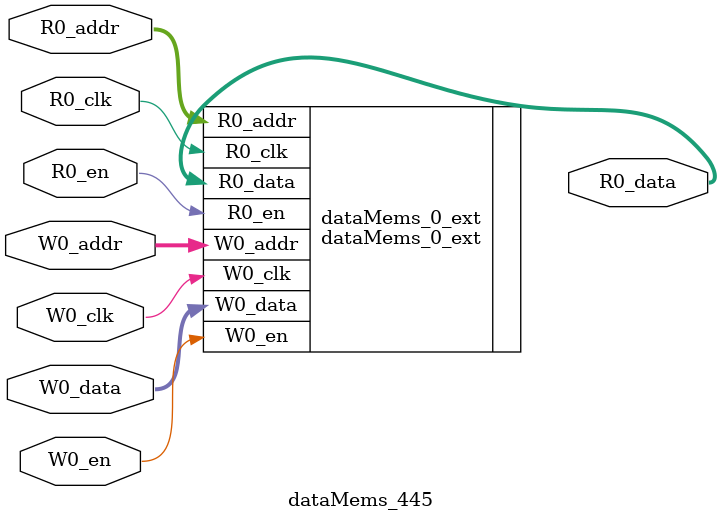
<source format=sv>
`ifndef RANDOMIZE
  `ifdef RANDOMIZE_REG_INIT
    `define RANDOMIZE
  `endif // RANDOMIZE_REG_INIT
`endif // not def RANDOMIZE
`ifndef RANDOMIZE
  `ifdef RANDOMIZE_MEM_INIT
    `define RANDOMIZE
  `endif // RANDOMIZE_MEM_INIT
`endif // not def RANDOMIZE

`ifndef RANDOM
  `define RANDOM $random
`endif // not def RANDOM

// Users can define 'PRINTF_COND' to add an extra gate to prints.
`ifndef PRINTF_COND_
  `ifdef PRINTF_COND
    `define PRINTF_COND_ (`PRINTF_COND)
  `else  // PRINTF_COND
    `define PRINTF_COND_ 1
  `endif // PRINTF_COND
`endif // not def PRINTF_COND_

// Users can define 'ASSERT_VERBOSE_COND' to add an extra gate to assert error printing.
`ifndef ASSERT_VERBOSE_COND_
  `ifdef ASSERT_VERBOSE_COND
    `define ASSERT_VERBOSE_COND_ (`ASSERT_VERBOSE_COND)
  `else  // ASSERT_VERBOSE_COND
    `define ASSERT_VERBOSE_COND_ 1
  `endif // ASSERT_VERBOSE_COND
`endif // not def ASSERT_VERBOSE_COND_

// Users can define 'STOP_COND' to add an extra gate to stop conditions.
`ifndef STOP_COND_
  `ifdef STOP_COND
    `define STOP_COND_ (`STOP_COND)
  `else  // STOP_COND
    `define STOP_COND_ 1
  `endif // STOP_COND
`endif // not def STOP_COND_

// Users can define INIT_RANDOM as general code that gets injected into the
// initializer block for modules with registers.
`ifndef INIT_RANDOM
  `define INIT_RANDOM
`endif // not def INIT_RANDOM

// If using random initialization, you can also define RANDOMIZE_DELAY to
// customize the delay used, otherwise 0.002 is used.
`ifndef RANDOMIZE_DELAY
  `define RANDOMIZE_DELAY 0.002
`endif // not def RANDOMIZE_DELAY

// Define INIT_RANDOM_PROLOG_ for use in our modules below.
`ifndef INIT_RANDOM_PROLOG_
  `ifdef RANDOMIZE
    `ifdef VERILATOR
      `define INIT_RANDOM_PROLOG_ `INIT_RANDOM
    `else  // VERILATOR
      `define INIT_RANDOM_PROLOG_ `INIT_RANDOM #`RANDOMIZE_DELAY begin end
    `endif // VERILATOR
  `else  // RANDOMIZE
    `define INIT_RANDOM_PROLOG_
  `endif // RANDOMIZE
`endif // not def INIT_RANDOM_PROLOG_

// Include register initializers in init blocks unless synthesis is set
`ifndef SYNTHESIS
  `ifndef ENABLE_INITIAL_REG_
    `define ENABLE_INITIAL_REG_
  `endif // not def ENABLE_INITIAL_REG_
`endif // not def SYNTHESIS

// Include rmemory initializers in init blocks unless synthesis is set
`ifndef SYNTHESIS
  `ifndef ENABLE_INITIAL_MEM_
    `define ENABLE_INITIAL_MEM_
  `endif // not def ENABLE_INITIAL_MEM_
`endif // not def SYNTHESIS

module dataMems_445(	// @[generators/ara/src/main/scala/UnsafeAXI4ToTL.scala:365:62]
  input  [4:0]  R0_addr,
  input         R0_en,
  input         R0_clk,
  output [66:0] R0_data,
  input  [4:0]  W0_addr,
  input         W0_en,
  input         W0_clk,
  input  [66:0] W0_data
);

  dataMems_0_ext dataMems_0_ext (	// @[generators/ara/src/main/scala/UnsafeAXI4ToTL.scala:365:62]
    .R0_addr (R0_addr),
    .R0_en   (R0_en),
    .R0_clk  (R0_clk),
    .R0_data (R0_data),
    .W0_addr (W0_addr),
    .W0_en   (W0_en),
    .W0_clk  (W0_clk),
    .W0_data (W0_data)
  );
endmodule


</source>
